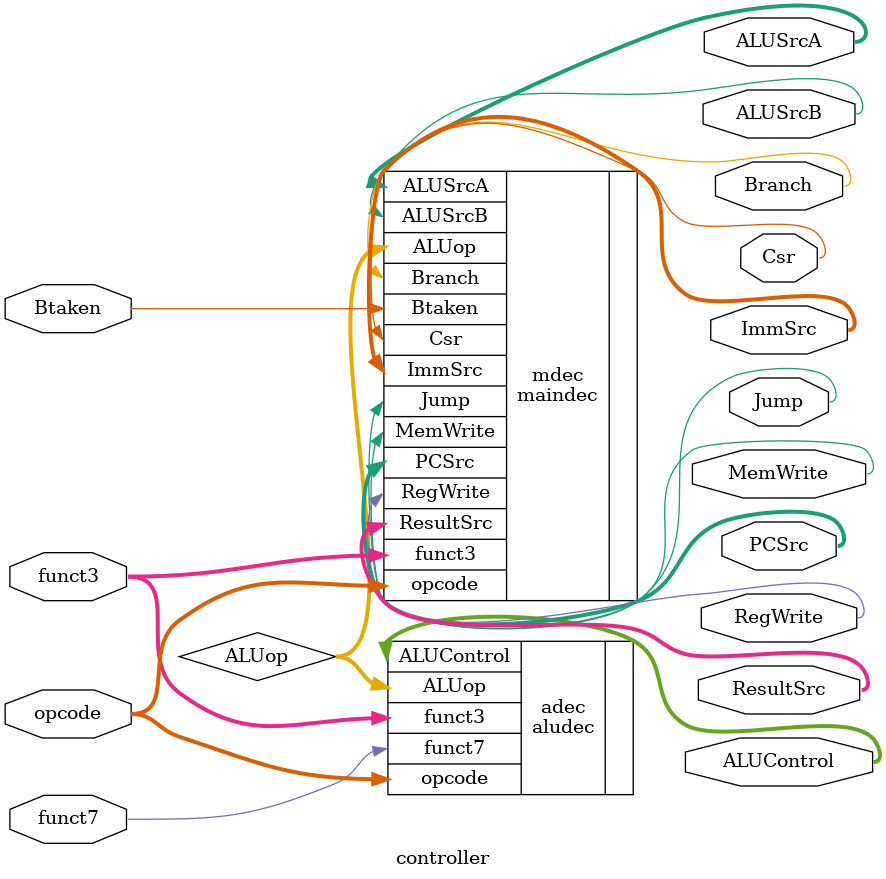
<source format=sv>
module controller(
    
    opcode,
    funct3,
    funct7,
    PCSrc,
    ResultSrc,
    MemWrite,
    ALUSrcA,
    ALUSrcB,
    ImmSrc,
    Branch,
    Btaken,
    RegWrite,
    ALUControl,
    Jump,
    Csr
);
    // input
    
    input Btaken;
    input [6:0] opcode;
    input [2:0] funct3;
    input funct7;
    // output
    output [1:0] PCSrc;
    output MemWrite, ALUSrcB, RegWrite, Jump, Branch;
    output [1:0] ResultSrc, ALUSrcA;
    output [2:0] ImmSrc;
    output [4:0] ALUControl;
    output Csr;

    wire [1:0] ALUop;

    // maindec 인스턴스
    maindec mdec(
        
        .funct3(funct3),
        .opcode(opcode),
        .PCSrc(PCSrc),
        .Btaken(Btaken),
        .Branch(Branch),
        .ResultSrc(ResultSrc),
        .MemWrite(MemWrite),
        .ALUSrcA(ALUSrcA),
        .ALUSrcB(ALUSrcB),
        .ImmSrc(ImmSrc),
        .RegWrite(RegWrite),
        .Jump(Jump),
        .ALUop(ALUop),
        .Csr(Csr)
    );
    
    // aludec 인스턴스
    aludec adec(
        .opcode(opcode),
        .funct3(funct3),
        .funct7(funct7),
        .ALUop(ALUop),
        .ALUControl(ALUControl)
    );

endmodule

</source>
